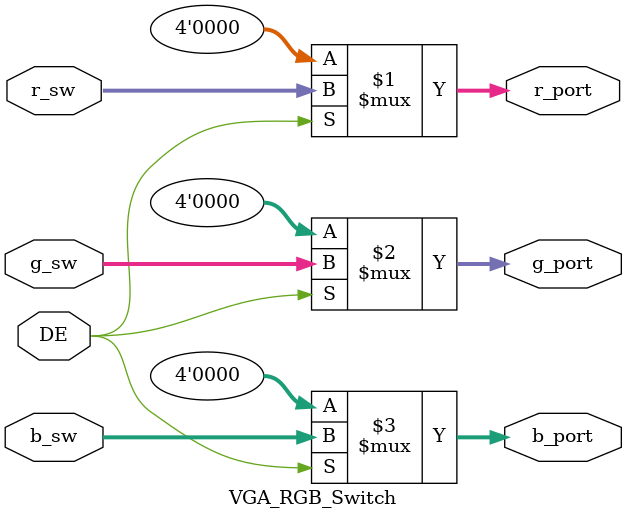
<source format=sv>
`timescale 1ns/1ps

module VGA_RGB_Switch (
    input  logic [3:0] r_sw,
    input  logic [3:0] g_sw,
    input  logic [3:0] b_sw,
    input  logic       DE,    // Display Enable signal
    output logic [3:0] r_port, 
    output logic [3:0] g_port, 
    output logic [3:0] b_port
);
    
    assign r_port = DE ? r_sw : 4'b0;
    assign g_port = DE ? g_sw : 4'b0;
    assign b_port = DE ? b_sw : 4'b0;

endmodule

</source>
